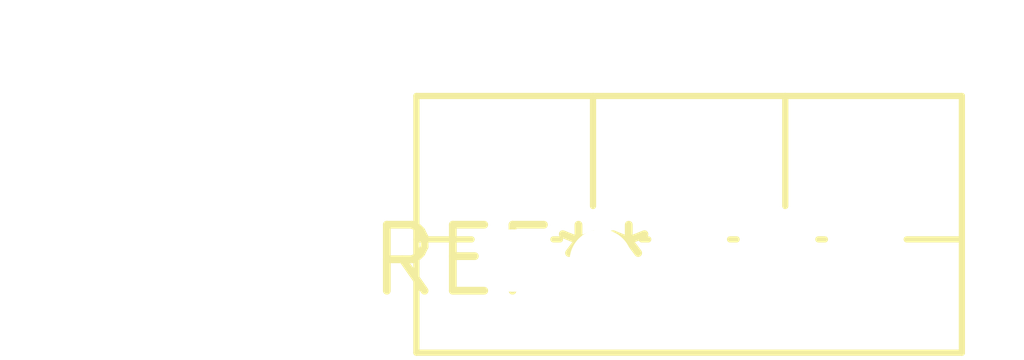
<source format=kicad_pcb>
(kicad_pcb (version 20240108) (generator pcbnew)
  (layers (0 "F.Cu" signal) (31 "B.Cu" signal) (34 "B.Paste" user) (35 "F.Paste" user) (36 "B.SilkS" user "B.Silkscreen") (37 "F.SilkS" user "F.Silkscreen") (38 "B.Mask" user) (39 "F.Mask" user) (44 "Edge.Cuts" user))
  (net 0 "")
  (footprint "TO-220F-5_Vertical" (layer "F.Cu") (at 0 0)
    (property "Reference" "REF**")
    (property "Value" "TO-220F-5_Vertical")
    (fp_line (start -1.85 -3.168) (end -1.85 1.773) (layer "F.SilkS") (stroke (width 0.12)))
    (fp_line (start -1.85 -3.168) (end 8.65 -3.168) (layer "F.SilkS") (stroke (width 0.12)))
    (fp_line (start -1.85 -0.408) (end -0.788 -0.408) (layer "F.SilkS") (stroke (width 0.12)))
    (fp_line (start -1.85 1.773) (end 8.65 1.773) (layer "F.SilkS") (stroke (width 0.12)))
    (fp_line (start 0.788 -0.408) (end 0.913 -0.408) (layer "F.SilkS") (stroke (width 0.12)))
    (fp_line (start 1.55 -3.168) (end 1.55 -1.05) (layer "F.SilkS") (stroke (width 0.12)))
    (fp_line (start 2.488 -0.408) (end 2.613 -0.408) (layer "F.SilkS") (stroke (width 0.12)))
    (fp_line (start 4.188 -0.408) (end 4.313 -0.408) (layer "F.SilkS") (stroke (width 0.12)))
    (fp_line (start 5.25 -3.168) (end 5.25 -1.05) (layer "F.SilkS") (stroke (width 0.12)))
    (fp_line (start 5.888 -0.408) (end 6.013 -0.408) (layer "F.SilkS") (stroke (width 0.12)))
    (fp_line (start 7.588 -0.408) (end 8.65 -0.408) (layer "F.SilkS") (stroke (width 0.12)))
    (fp_line (start 8.65 -3.168) (end 8.65 1.773) (layer "F.SilkS") (stroke (width 0.12)))
    (pad "1" thru_hole rect (at 0 0) (size 1.275 1.8) (drill 1.2) (layers *.Cu *.Mask) (remove_unused_layers))
    (pad "2" thru_hole oval (at 1.7 0) (size 1.275 1.8) (drill 1.2) (layers *.Cu *.Mask) (remove_unused_layers))
    (pad "3" thru_hole oval (at 3.4 0) (size 1.275 1.8) (drill 1.2) (layers *.Cu *.Mask) (remove_unused_layers))
    (pad "4" thru_hole oval (at 5.1 0) (size 1.275 1.8) (drill 1.2) (layers *.Cu *.Mask) (remove_unused_layers))
    (pad "5" thru_hole oval (at 6.8 0) (size 1.275 1.8) (drill 1.2) (layers *.Cu *.Mask) (remove_unused_layers))
  )
)
</source>
